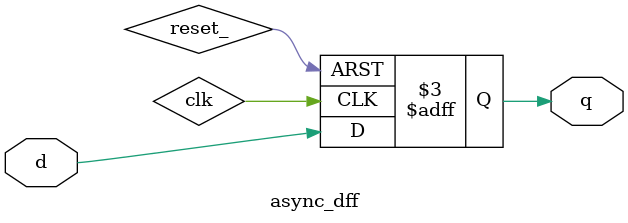
<source format=v>
module async_dff (d,q);

input d;
output q;
reg out;

always @(posedge clk or negedge reset_)
    if (~reset_)
        q<=0;
    else
        q<=d;
    
endmodule
</source>
